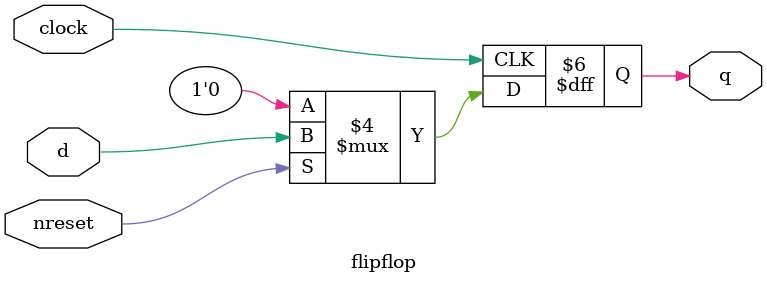
<source format=v>
`timescale 1ns / 1ns


module flipflop(q, clock, nreset, d);
output q;
input clock, nreset, d;

reg q;

always @(posedge clock)
begin
   if (nreset == 1)
        q = d;
    else
        q = 0; 
end
endmodule

</source>
